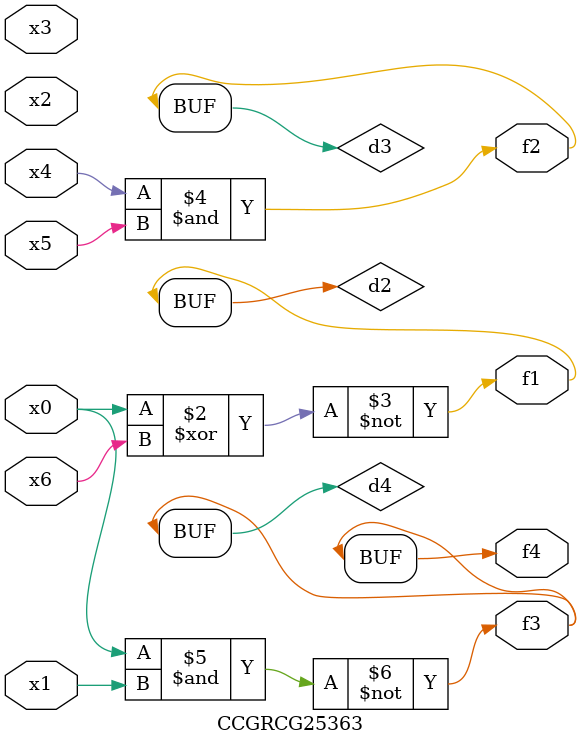
<source format=v>
module CCGRCG25363(
	input x0, x1, x2, x3, x4, x5, x6,
	output f1, f2, f3, f4
);

	wire d1, d2, d3, d4;

	nor (d1, x0);
	xnor (d2, x0, x6);
	and (d3, x4, x5);
	nand (d4, x0, x1);
	assign f1 = d2;
	assign f2 = d3;
	assign f3 = d4;
	assign f4 = d4;
endmodule

</source>
